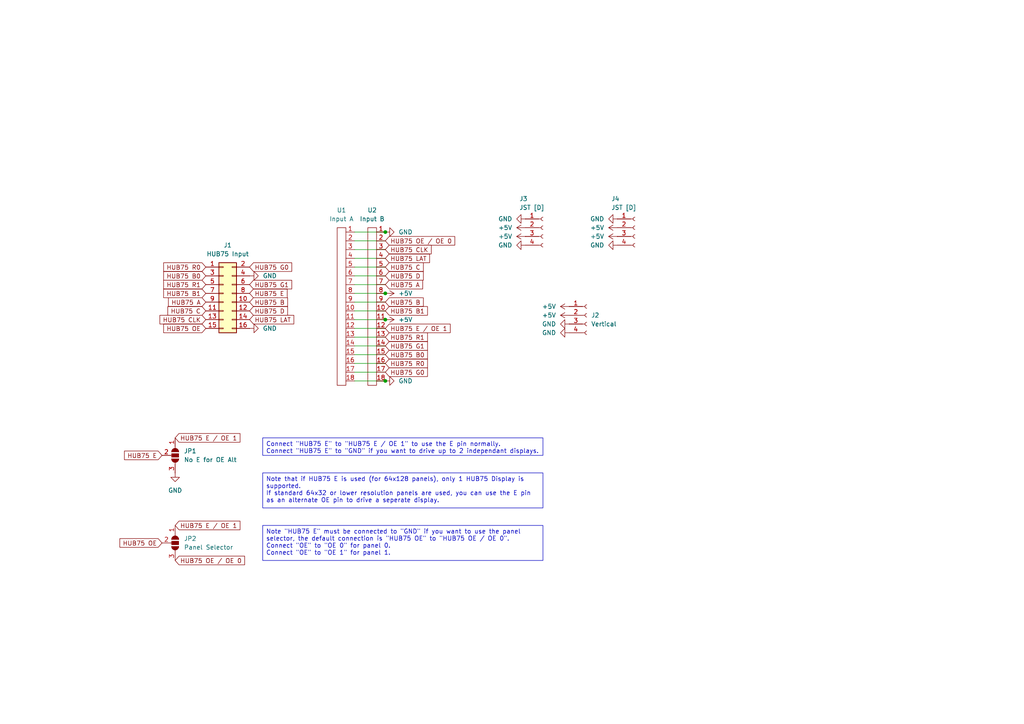
<source format=kicad_sch>
(kicad_sch (version 20231120) (generator "eeschema") (generator_version "8.0")
  (paper "A4")
  (lib_symbols
    (symbol "Connector:Conn_01x04_Socket" (pin_names (offset 1.016) hide)
      (property "Reference" "J" (at 0 5.08 0))
      (property "Value" "Conn_01x04_Socket" (at 0 -7.62 0))
      (symbol "Conn_01x04_Socket_1_1"
        (arc (start 0 -4.572) (mid -0.5058 -5.08) (end 0 -5.588) (stroke (width 0.1524)))
        (arc (start 0 -2.032) (mid -0.5058 -2.54) (end 0 -3.048) (stroke (width 0.1524)))
        (polyline (pts (xy -1.27 -5.08) (xy -0.508 -5.08)) (stroke (width 0.1524)))
        (polyline (pts (xy -1.27 -2.54) (xy -0.508 -2.54)) (stroke (width 0.1524)))
        (polyline (pts (xy -1.27 0) (xy -0.508 0)) (stroke (width 0.1524)))
        (polyline (pts (xy -1.27 2.54) (xy -0.508 2.54)) (stroke (width 0.1524)))
        (arc (start 0 0.508) (mid -0.5058 0) (end 0 -0.508) (stroke (width 0.1524)))
        (arc (start 0 3.048) (mid -0.5058 2.54) (end 0 2.032) (stroke (width 0.1524)))
        (pin passive line (at -5.08 2.54 0) (length 3.81) (name "Pin_1") (number "1"))
        (pin passive line (at -5.08 0 0) (length 3.81) (name "Pin_2") (number "2"))
        (pin passive line (at -5.08 -2.54 0) (length 3.81) (name "Pin_3") (number "3"))
        (pin passive line (at -5.08 -5.08 0) (length 3.81) (name "Pin_4") (number "4"))
      )
    )
    (symbol "Connector_Generic:Conn_02x08_Odd_Even" (pin_names (offset 1.016) hide)
      (property "Reference" "J" (at 1.27 10.16 0))
      (property "Value" "Conn_02x08_Odd_Even" (at 1.27 -12.7 0))
      (symbol "Conn_02x08_Odd_Even_1_1"
        (rectangle (start -1.27 -10.033) (end 0 -10.287) (stroke (width 0.1524)))
        (rectangle (start -1.27 -7.493) (end 0 -7.747) (stroke (width 0.1524)))
        (rectangle (start -1.27 -4.953) (end 0 -5.207) (stroke (width 0.1524)))
        (rectangle (start -1.27 -2.413) (end 0 -2.667) (stroke (width 0.1524)))
        (rectangle (start -1.27 0.127) (end 0 -0.127) (stroke (width 0.1524)))
        (rectangle (start -1.27 2.667) (end 0 2.413) (stroke (width 0.1524)))
        (rectangle (start -1.27 5.207) (end 0 4.953) (stroke (width 0.1524)))
        (rectangle (start -1.27 7.747) (end 0 7.493) (stroke (width 0.1524)))
        (rectangle (start -1.27 8.89) (end 3.81 -11.43) (stroke (width 0.254)) (fill (type background)))
        (rectangle (start 3.81 -10.033) (end 2.54 -10.287) (stroke (width 0.1524)))
        (rectangle (start 3.81 -7.493) (end 2.54 -7.747) (stroke (width 0.1524)))
        (rectangle (start 3.81 -4.953) (end 2.54 -5.207) (stroke (width 0.1524)))
        (rectangle (start 3.81 -2.413) (end 2.54 -2.667) (stroke (width 0.1524)))
        (rectangle (start 3.81 0.127) (end 2.54 -0.127) (stroke (width 0.1524)))
        (rectangle (start 3.81 2.667) (end 2.54 2.413) (stroke (width 0.1524)))
        (rectangle (start 3.81 5.207) (end 2.54 4.953) (stroke (width 0.1524)))
        (rectangle (start 3.81 7.747) (end 2.54 7.493) (stroke (width 0.1524)))
        (pin passive line (at -5.08 7.62 0) (length 3.81) (name "Pin_1") (number "1"))
        (pin passive line (at 7.62 -2.54 180) (length 3.81) (name "Pin_10") (number "10"))
        (pin passive line (at -5.08 -5.08 0) (length 3.81) (name "Pin_11") (number "11"))
        (pin passive line (at 7.62 -5.08 180) (length 3.81) (name "Pin_12") (number "12"))
        (pin passive line (at -5.08 -7.62 0) (length 3.81) (name "Pin_13") (number "13"))
        (pin passive line (at 7.62 -7.62 180) (length 3.81) (name "Pin_14") (number "14"))
        (pin passive line (at -5.08 -10.16 0) (length 3.81) (name "Pin_15") (number "15"))
        (pin passive line (at 7.62 -10.16 180) (length 3.81) (name "Pin_16") (number "16"))
        (pin passive line (at 7.62 7.62 180) (length 3.81) (name "Pin_2") (number "2"))
        (pin passive line (at -5.08 5.08 0) (length 3.81) (name "Pin_3") (number "3"))
        (pin passive line (at 7.62 5.08 180) (length 3.81) (name "Pin_4") (number "4"))
        (pin passive line (at -5.08 2.54 0) (length 3.81) (name "Pin_5") (number "5"))
        (pin passive line (at 7.62 2.54 180) (length 3.81) (name "Pin_6") (number "6"))
        (pin passive line (at -5.08 0 0) (length 3.81) (name "Pin_7") (number "7"))
        (pin passive line (at 7.62 0 180) (length 3.81) (name "Pin_8") (number "8"))
        (pin passive line (at -5.08 -2.54 0) (length 3.81) (name "Pin_9") (number "9"))
      )
    )
    (symbol "FCC_Connector:FFC_18P"
      (property "Reference" "U" (at 0 24.384 0))
      (symbol "FFC_18P_0_1"
        (rectangle (start -1.27 22.86) (end 1.27 -22.86))
      )
      (symbol "FFC_18P_1_1"
        (pin input line (at 3.81 21.59 180) (length 2.54) (name "") (number "1"))
        (pin input line (at 3.81 -1.27 180) (length 2.54) (name "") (number "10"))
        (pin input line (at 3.81 -3.81 180) (length 2.54) (name "") (number "11"))
        (pin input line (at 3.81 -6.35 180) (length 2.54) (name "") (number "12"))
        (pin input line (at 3.81 -8.89 180) (length 2.54) (name "") (number "13"))
        (pin input line (at 3.81 -11.43 180) (length 2.54) (name "") (number "14"))
        (pin input line (at 3.81 -13.97 180) (length 2.54) (name "") (number "15"))
        (pin input line (at 3.81 -16.51 180) (length 2.54) (name "") (number "16"))
        (pin input line (at 3.81 -19.05 180) (length 2.54) (name "") (number "17"))
        (pin input line (at 3.81 -21.59 180) (length 2.54) (name "") (number "18"))
        (pin input line (at 3.81 19.05 180) (length 2.54) (name "") (number "2"))
        (pin input line (at 3.81 16.51 180) (length 2.54) (name "") (number "3"))
        (pin input line (at 3.81 13.97 180) (length 2.54) (name "") (number "4"))
        (pin input line (at 3.81 11.43 180) (length 2.54) (name "") (number "5"))
        (pin input line (at 3.81 8.89 180) (length 2.54) (name "") (number "6"))
        (pin input line (at 3.81 6.35 180) (length 2.54) (name "") (number "7"))
        (pin input line (at 3.81 3.81 180) (length 2.54) (name "") (number "8"))
        (pin input line (at 3.81 1.27 180) (length 2.54) (name "") (number "9"))
      )
    )
    (symbol "Jumper:SolderJumper_3_Open" (pin_names (offset 0) hide) (exclude_from_sim yes) (in_bom no)
      (property "Reference" "JP" (at -2.54 -2.54 0))
      (property "Value" "SolderJumper_3_Open" (at 0 2.794 0))
      (symbol "SolderJumper_3_Open_0_1"
        (arc (start -1.016 1.016) (mid -2.0276 0) (end -1.016 -1.016))
        (arc (start -1.016 1.016) (mid -2.0276 0) (end -1.016 -1.016) (fill (type outline)))
        (rectangle (start -0.508 1.016) (end 0.508 -1.016) (fill (type outline)))
        (polyline (pts (xy -2.54 0) (xy -2.032 0)))
        (polyline (pts (xy -1.016 1.016) (xy -1.016 -1.016)))
        (polyline (pts (xy 0 -1.27) (xy 0 -1.016)))
        (polyline (pts (xy 1.016 1.016) (xy 1.016 -1.016)))
        (polyline (pts (xy 2.54 0) (xy 2.032 0)))
        (arc (start 1.016 -1.016) (mid 2.0276 0) (end 1.016 1.016))
        (arc (start 1.016 -1.016) (mid 2.0276 0) (end 1.016 1.016) (fill (type outline)))
      )
      (symbol "SolderJumper_3_Open_1_1"
        (pin passive line (at -5.08 0 0) (length 2.54) (name "A") (number "1"))
        (pin passive line (at 0 -3.81 90) (length 2.54) (name "C") (number "2"))
        (pin passive line (at 5.08 0 180) (length 2.54) (name "B") (number "3"))
      )
    )
    (symbol "power:+5V" (power) (pin_numbers hide) (pin_names (offset 0) hide)
      (property "Value" "+5V" (at 0 3.556 0))
      (symbol "+5V_0_1"
        (polyline (pts (xy -0.762 1.27) (xy 0 2.54)))
        (polyline (pts (xy 0 0) (xy 0 2.54)))
        (polyline (pts (xy 0 2.54) (xy 0.762 1.27)))
      )
      (symbol "+5V_1_1"
        (pin power_in line (at 0 0 90) (length 0) (name "~") (number "1"))
      )
    )
    (symbol "power:GND" (power) (pin_numbers hide) (pin_names (offset 0) hide)
      (property "Value" "GND" (at 0 -3.81 0))
      (symbol "GND_0_1"
        (polyline (pts (xy 0 0) (xy 0 -1.27) (xy 1.27 -1.27) (xy 0 -2.54) (xy -1.27 -1.27) (xy 0 -1.27)))
      )
      (symbol "GND_1_1"
        (pin power_in line (at 0 0 270) (length 0) (name "~") (number "1"))
      )
    )
  )
  (junction (at 111.76 85.09))
  (junction (at 111.76 110.49))
  (junction (at 111.76 92.71))
  (junction (at 111.76 67.31))
  (wire (pts (xy 102.87 107.95) (xy 111.76 107.95)))
  (wire (pts (xy 102.87 67.31) (xy 111.76 67.31)))
  (wire (pts (xy 102.87 95.25) (xy 111.76 95.25)))
  (wire (pts (xy 102.87 80.01) (xy 111.76 80.01)))
  (wire (pts (xy 102.87 102.87) (xy 111.76 102.87)))
  (wire (pts (xy 102.87 85.09) (xy 111.76 85.09)))
  (wire (pts (xy 102.87 100.33) (xy 111.76 100.33)))
  (wire (pts (xy 102.87 82.55) (xy 111.76 82.55)))
  (wire (pts (xy 102.87 97.79) (xy 111.76 97.79)))
  (wire (pts (xy 102.87 74.93) (xy 111.76 74.93)))
  (wire (pts (xy 102.87 69.85) (xy 111.76 69.85)))
  (wire (pts (xy 102.87 87.63) (xy 111.76 87.63)))
  (wire (pts (xy 102.87 92.71) (xy 111.76 92.71)))
  (wire (pts (xy 102.87 72.39) (xy 111.76 72.39)))
  (wire (pts (xy 102.87 110.49) (xy 111.76 110.49)))
  (wire (pts (xy 102.87 77.47) (xy 111.76 77.47)))
  (wire (pts (xy 102.87 90.17) (xy 111.76 90.17)))
  (wire (pts (xy 102.87 105.41) (xy 111.76 105.41)))
  (text_box "Note that if HUB75 E is used (for 64x128 panels), only 1 HUB75 Display is supported.\nIf standard 64x32 or lower resolution panels are used, you can use the E pin as an alternate OE pin to drive a seperate display." (at 76.2 137.16 0) (size 81.28 10.16) (effects (font (size 1.27 1.27)) (justify left top)))
  (text_box "Connect \"HUB75 E\" to \"HUB75 E / OE 1\" to use the E pin normally.\nConnect \"HUB75 E\" to \"GND\" if you want to drive up to 2 independant displays." (at 76.2 127 0) (size 81.28 5.08) (effects (font (size 1.27 1.27)) (justify left top)))
  (text_box "Note \"HUB75 E\" must be connected to \"GND\" if you want to use the panel selector, the default connection is \"HUB75 OE\" to \"HUB75 OE / OE 0\".\nConnect \"OE\" to \"OE 0\" for panel 0.\nConnect \"OE\" to \"OE 1\" for panel 1." (at 76.2 152.4 0) (size 81.28 10.16) (effects (font (size 1.27 1.27)) (justify left top)))
  (global_label "HUB75 CLK" (shape input) (at 59.69 92.71 180) (property "Intersheetrefs" "${INTERSHEET_REFS}" (effects (hide yes))))
  (global_label "HUB75 LAT" (shape input) (at 111.76 74.93 0) (property "Intersheetrefs" "${INTERSHEET_REFS}" (effects (hide yes))))
  (global_label "HUB75 D" (shape input) (at 111.76 80.01 0) (property "Intersheetrefs" "${INTERSHEET_REFS}" (effects (hide yes))))
  (global_label "HUB75 R0" (shape input) (at 59.69 77.47 180) (property "Intersheetrefs" "${INTERSHEET_REFS}" (effects (hide yes))))
  (global_label "HUB75 E" (shape input) (at 72.39 85.09 0) (property "Intersheetrefs" "${INTERSHEET_REFS}" (effects (hide yes))))
  (global_label "HUB75 A" (shape input) (at 111.76 82.55 0) (property "Intersheetrefs" "${INTERSHEET_REFS}" (effects (hide yes))))
  (global_label "HUB75 B1" (shape input) (at 111.76 90.17 0) (property "Intersheetrefs" "${INTERSHEET_REFS}" (effects (hide yes))))
  (global_label "HUB75 LAT" (shape input) (at 72.39 92.71 0) (property "Intersheetrefs" "${INTERSHEET_REFS}" (effects (hide yes))))
  (global_label "HUB75 G0" (shape input) (at 72.39 77.47 0) (property "Intersheetrefs" "${INTERSHEET_REFS}" (effects (hide yes))))
  (global_label "HUB75 B" (shape input) (at 111.76 87.63 0) (property "Intersheetrefs" "${INTERSHEET_REFS}" (effects (hide yes))))
  (global_label "HUB75 B0" (shape input) (at 59.69 80.01 180) (property "Intersheetrefs" "${INTERSHEET_REFS}" (effects (hide yes))))
  (global_label "HUB75 A" (shape input) (at 59.69 87.63 180) (property "Intersheetrefs" "${INTERSHEET_REFS}" (effects (hide yes))))
  (global_label "HUB75 G0" (shape input) (at 111.76 107.95 0) (property "Intersheetrefs" "${INTERSHEET_REFS}" (effects (hide yes))))
  (global_label "HUB75 R1" (shape input) (at 111.76 97.79 0) (property "Intersheetrefs" "${INTERSHEET_REFS}" (effects (hide yes))))
  (global_label "HUB75 D" (shape input) (at 72.39 90.17 0) (property "Intersheetrefs" "${INTERSHEET_REFS}" (effects (hide yes))))
  (global_label "HUB75 C" (shape input) (at 59.69 90.17 180) (property "Intersheetrefs" "${INTERSHEET_REFS}" (effects (hide yes))))
  (global_label "HUB75 E {slash} OE 1" (shape input) (at 111.76 95.25 0) (property "Intersheetrefs" "${INTERSHEET_REFS}" (effects (hide yes))))
  (global_label "HUB75 E" (shape input) (at 46.99 132.08 180) (property "Intersheetrefs" "${INTERSHEET_REFS}" (effects (hide yes))))
  (global_label "HUB75 R1" (shape input) (at 59.69 82.55 180) (property "Intersheetrefs" "${INTERSHEET_REFS}" (effects (hide yes))))
  (global_label "HUB75 OE {slash} OE 0" (shape input) (at 111.76 69.85 0) (property "Intersheetrefs" "${INTERSHEET_REFS}" (effects (hide yes))))
  (global_label "HUB75 R0" (shape input) (at 111.76 105.41 0) (property "Intersheetrefs" "${INTERSHEET_REFS}" (effects (hide yes))))
  (global_label "HUB75 B1" (shape input) (at 59.69 85.09 180) (property "Intersheetrefs" "${INTERSHEET_REFS}" (effects (hide yes))))
  (global_label "HUB75 CLK" (shape input) (at 111.76 72.39 0) (property "Intersheetrefs" "${INTERSHEET_REFS}" (effects (hide yes))))
  (global_label "HUB75 E {slash} OE 1" (shape input) (at 50.8 152.4 0) (property "Intersheetrefs" "${INTERSHEET_REFS}" (effects (hide yes))))
  (global_label "HUB75 C" (shape input) (at 111.76 77.47 0) (property "Intersheetrefs" "${INTERSHEET_REFS}" (effects (hide yes))))
  (global_label "HUB75 G1" (shape input) (at 72.39 82.55 0) (property "Intersheetrefs" "${INTERSHEET_REFS}" (effects (hide yes))))
  (global_label "HUB75 B" (shape input) (at 72.39 87.63 0) (property "Intersheetrefs" "${INTERSHEET_REFS}" (effects (hide yes))))
  (global_label "HUB75 OE" (shape input) (at 46.99 157.48 180) (property "Intersheetrefs" "${INTERSHEET_REFS}" (effects (hide yes))))
  (global_label "HUB75 OE {slash} OE 0" (shape input) (at 50.8 162.56 0) (property "Intersheetrefs" "${INTERSHEET_REFS}" (effects (hide yes))))
  (global_label "HUB75 G1" (shape input) (at 111.76 100.33 0) (property "Intersheetrefs" "${INTERSHEET_REFS}" (effects (hide yes))))
  (global_label "HUB75 E {slash} OE 1" (shape input) (at 50.8 127 0) (property "Intersheetrefs" "${INTERSHEET_REFS}" (effects (hide yes))))
  (global_label "HUB75 B0" (shape input) (at 111.76 102.87 0) (property "Intersheetrefs" "${INTERSHEET_REFS}" (effects (hide yes))))
  (global_label "HUB75 OE" (shape input) (at 59.69 95.25 180) (property "Intersheetrefs" "${INTERSHEET_REFS}" (effects (hide yes))))
  (symbol (lib_id "power:GND") (at 179.07 63.5 270) (unit 1)
    (property "Reference" "#PWR013" (effects (hide yes)))
    (property "Value" "GND" (at 175.26 63.4999 90) (effects (justify right)))
    (property "Description" "Power symbol creates a global label with name \"GND\" , ground" (effects (hide yes)))
  )
  (symbol (lib_id "power:+5V") (at 179.07 68.58 90) (unit 1)
    (property "Reference" "#PWR015" (effects (hide yes)))
    (property "Value" "+5V" (at 175.26 68.5799 90) (effects (justify left)))
    (property "Description" "Power symbol creates a global label with name \"+5V\"" (effects (hide yes)))
  )
  (symbol (lib_id "power:+5V") (at 111.76 92.71 270) (unit 1)
    (property "Reference" "#PWR019" (effects (hide yes)))
    (property "Value" "+5V" (at 115.57 92.7099 90) (effects (justify left)))
    (property "Description" "Power symbol creates a global label with name \"+5V\"" (effects (hide yes)))
  )
  (symbol (lib_id "FCC_Connector:FFC_18P") (at 99.06 88.9 0) (unit 1)
    (property "Reference" "U1" (at 99.06 60.96 0))
    (property "Value" "Input A" (at 99.06 63.5 0))
    (property "Footprint" "FFC_Connector:FFC Aliexpress 0.5mm 18P" (effects (hide yes)))
  )
  (symbol (lib_id "Connector:Conn_01x04_Socket") (at 157.48 66.04 0) (unit 1)
    (property "Reference" "J3" (at 150.622 57.658 0) (effects (justify left)))
    (property "Value" "JST [D]" (at 150.622 60.198 0) (effects (justify left)))
    (property "Footprint" "Connector_Molex:Molex_PicoBlade_53048-0410_1x04_P1.25mm_Horizontal" (effects (hide yes)))
    (property "Description" "Generic connector, single row, 01x04, script generated" (effects (hide yes)))
  )
  (symbol (lib_id "power:GND") (at 50.8 137.16 0) (unit 1)
    (property "Reference" "#PWR01" (effects (hide yes)))
    (property "Value" "GND" (at 50.8 142.24 0))
    (property "Description" "Power symbol creates a global label with name \"GND\" , ground" (effects (hide yes)))
  )
  (symbol (lib_id "power:GND") (at 152.4 71.12 270) (unit 1)
    (property "Reference" "#PWR08" (effects (hide yes)))
    (property "Value" "GND" (at 148.59 71.1199 90) (effects (justify right)))
    (property "Description" "Power symbol creates a global label with name \"GND\" , ground" (effects (hide yes)))
  )
  (symbol (lib_id "power:+5V") (at 179.07 66.04 90) (unit 1)
    (property "Reference" "#PWR014" (effects (hide yes)))
    (property "Value" "+5V" (at 175.26 66.0399 90) (effects (justify left)))
    (property "Description" "Power symbol creates a global label with name \"+5V\"" (effects (hide yes)))
  )
  (symbol (lib_id "power:GND") (at 111.76 67.31 90) (unit 1)
    (property "Reference" "#PWR017" (effects (hide yes)))
    (property "Value" "GND" (at 115.57 67.3099 90) (effects (justify right)))
    (property "Description" "Power symbol creates a global label with name \"GND\" , ground" (effects (hide yes)))
  )
  (symbol (lib_id "FCC_Connector:FFC_18P") (at 107.95 88.9 0) (unit 1)
    (property "Reference" "U2" (at 107.95 60.96 0))
    (property "Value" "Input B" (at 107.95 63.5 0))
    (property "Footprint" "FFC_Connector:FFC Aliexpress 0.5mm 18P" (effects (hide yes)))
  )
  (symbol (lib_id "Connector:Conn_01x04_Socket") (at 170.18 91.44 0) (unit 1)
    (property "Reference" "J2" (at 171.45 91.4399 0) (effects (justify left)))
    (property "Value" "Vertical" (at 171.45 93.9799 0) (effects (justify left)))
    (property "Footprint" "Connector_Molex:Molex_KK-396_5273-04A_1x04_P3.96mm_Vertical" (effects (hide yes)))
    (property "Description" "Generic connector, single row, 01x04, script generated" (effects (hide yes)))
  )
  (symbol (lib_id "Jumper:SolderJumper_3_Open") (at 50.8 157.48 270) (unit 1) (exclude_from_sim yes) (in_bom no)
    (property "Reference" "JP2" (at 53.34 156.2099 90) (effects (justify left)))
    (property "Value" "Panel Selector" (at 53.34 158.7499 90) (effects (justify left)))
    (property "Footprint" "Jumper:SolderJumper-3_P1.3mm_Open_RoundedPad1.0x1.5mm_NumberLabels" (effects (hide yes)))
    (property "Description" "Solder Jumper, 3-pole, open" (effects (hide yes)))
  )
  (symbol (lib_id "power:GND") (at 111.76 110.49 90) (unit 1)
    (property "Reference" "#PWR020" (effects (hide yes)))
    (property "Value" "GND" (at 115.57 110.4899 90) (effects (justify right)))
    (property "Description" "Power symbol creates a global label with name \"GND\" , ground" (effects (hide yes)))
  )
  (symbol (lib_id "power:+5V") (at 111.76 85.09 270) (unit 1)
    (property "Reference" "#PWR018" (effects (hide yes)))
    (property "Value" "+5V" (at 115.57 85.0899 90) (effects (justify left)))
    (property "Description" "Power symbol creates a global label with name \"+5V\"" (effects (hide yes)))
  )
  (symbol (lib_id "power:+5V") (at 165.1 91.44 90) (unit 1)
    (property "Reference" "#PWR012" (effects (hide yes)))
    (property "Value" "+5V" (at 161.29 91.4399 90) (effects (justify left)))
    (property "Description" "Power symbol creates a global label with name \"+5V\"" (effects (hide yes)))
  )
  (symbol (lib_id "Connector_Generic:Conn_02x08_Odd_Even") (at 64.77 85.09 0) (unit 1)
    (property "Reference" "J1" (at 66.04 71.12 0))
    (property "Value" "HUB75 Input" (at 66.04 73.66 0))
    (property "Footprint" "Connector_PinHeader_2.54mm:PinHeader_2x08_P2.54mm_Vertical" (effects (hide yes)))
    (property "Description" "Generic connector, double row, 02x08, odd/even pin numbering scheme (row 1 odd numbers, row 2 even numbers), script generated (kicad-library-utils/schlib/autogen/connector/)" (effects (hide yes)))
  )
  (symbol (lib_id "power:+5V") (at 152.4 68.58 90) (unit 1)
    (property "Reference" "#PWR07" (effects (hide yes)))
    (property "Value" "+5V" (at 148.59 68.5799 90) (effects (justify left)))
    (property "Description" "Power symbol creates a global label with name \"+5V\"" (effects (hide yes)))
  )
  (symbol (lib_id "power:GND") (at 152.4 63.5 270) (unit 1)
    (property "Reference" "#PWR05" (effects (hide yes)))
    (property "Value" "GND" (at 148.59 63.4999 90) (effects (justify right)))
    (property "Description" "Power symbol creates a global label with name \"GND\" , ground" (effects (hide yes)))
  )
  (symbol (lib_id "power:+5V") (at 152.4 66.04 90) (unit 1)
    (property "Reference" "#PWR06" (effects (hide yes)))
    (property "Value" "+5V" (at 148.59 66.0399 90) (effects (justify left)))
    (property "Description" "Power symbol creates a global label with name \"+5V\"" (effects (hide yes)))
  )
  (symbol (lib_id "Connector:Conn_01x04_Socket") (at 184.15 66.04 0) (unit 1)
    (property "Reference" "J4" (at 177.292 57.658 0) (effects (justify left)))
    (property "Value" "JST [D]" (at 177.292 60.198 0) (effects (justify left)))
    (property "Footprint" "Connector_Molex:Molex_PicoBlade_53048-0410_1x04_P1.25mm_Horizontal" (effects (hide yes)))
    (property "Description" "Generic connector, single row, 01x04, script generated" (effects (hide yes)))
  )
  (symbol (lib_id "Jumper:SolderJumper_3_Open") (at 50.8 132.08 270) (unit 1) (exclude_from_sim yes) (in_bom no)
    (property "Reference" "JP1" (at 53.34 130.8099 90) (effects (justify left)))
    (property "Value" "No E for OE Alt" (at 53.34 133.3499 90) (effects (justify left)))
    (property "Footprint" "Jumper:SolderJumper-3_P1.3mm_Open_RoundedPad1.0x1.5mm_NumberLabels" (effects (hide yes)))
    (property "Description" "Solder Jumper, 3-pole, open" (effects (hide yes)))
  )
  (symbol (lib_id "power:+5V") (at 165.1 88.9 90) (unit 1)
    (property "Reference" "#PWR011" (effects (hide yes)))
    (property "Value" "+5V" (at 161.29 88.8999 90) (effects (justify left)))
    (property "Description" "Power symbol creates a global label with name \"+5V\"" (effects (hide yes)))
  )
  (symbol (lib_id "power:GND") (at 72.39 95.25 90) (unit 1)
    (property "Reference" "#PWR010" (effects (hide yes)))
    (property "Value" "GND" (at 76.2 95.2499 90) (effects (justify right)))
    (property "Description" "Power symbol creates a global label with name \"GND\" , ground" (effects (hide yes)))
  )
  (symbol (lib_id "power:GND") (at 165.1 93.98 270) (unit 1)
    (property "Reference" "#PWR023" (effects (hide yes)))
    (property "Value" "GND" (at 161.29 93.9799 90) (effects (justify right)))
    (property "Description" "Power symbol creates a global label with name \"GND\" , ground" (effects (hide yes)))
  )
  (symbol (lib_id "power:GND") (at 179.07 71.12 270) (unit 1)
    (property "Reference" "#PWR016" (effects (hide yes)))
    (property "Value" "GND" (at 175.26 71.1199 90) (effects (justify right)))
    (property "Description" "Power symbol creates a global label with name \"GND\" , ground" (effects (hide yes)))
  )
  (symbol (lib_id "power:GND") (at 165.1 96.52 270) (unit 1)
    (property "Reference" "#PWR024" (effects (hide yes)))
    (property "Value" "GND" (at 161.29 96.5199 90) (effects (justify right)))
    (property "Description" "Power symbol creates a global label with name \"GND\" , ground" (effects (hide yes)))
  )
  (symbol (lib_id "power:GND") (at 72.39 80.01 90) (unit 1)
    (property "Reference" "#PWR09" (effects (hide yes)))
    (property "Value" "GND" (at 76.2 80.0099 90) (effects (justify right)))
    (property "Description" "Power symbol creates a global label with name \"GND\" , ground" (effects (hide yes)))
  )
)
</source>
